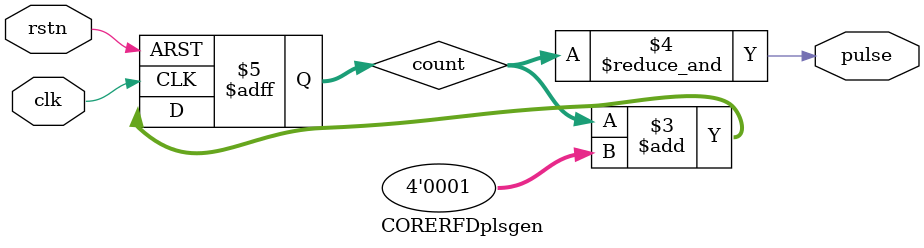
<source format=v>

`timescale 1ps / 1ps

`ifdef SYNTHESIS
    `define REG_DELAY
`else
    `define REG_DELAY #1
`endif

module CORERFDplsgen(
    clk,
    rstn,
    pulse
    );

//////////////////////////////////////////////////////////////////////
// Parameters
parameter NBITS = 4;   // Size of the counter in bits.

//////////////////////////////////////////////////////////////////////
// Input signals
input clk;      // Clock signal
input rstn;     // Reset signal

//////////////////////////////////////////////////////////////////////
// Output signals
output wire pulse;   // Pulse signal

//////////////////////////////////////////////////////////////////////
// Variables
reg [NBITS-1:0] count;

//////////////////////////////////////////////////////////////////////
// Sequential logic
always @(posedge clk, negedge rstn) begin
    if(!rstn) begin
        count <= `REG_DELAY {NBITS{1'b0}};
    end
    else begin
        count <= `REG_DELAY count + {{(NBITS-1){1'b0}},1'b1};
    end
end

//////////////////////////////////////////////////////////////////////
// Assigns
assign `REG_DELAY pulse = &count;

endmodule

</source>
